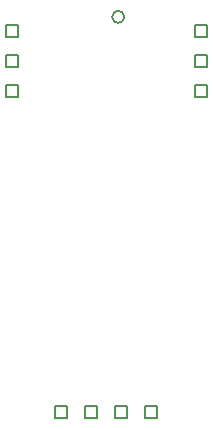
<source format=gbr>
%TF.GenerationSoftware,Altium Limited,Altium Designer,18.1.7 (191)*%
G04 Layer_Color=2752767*
%FSLAX42Y42*%
%MOMM*%
%TF.FileFunction,Drawing*%
%TF.Part,Single*%
G01*
G75*
%TA.AperFunction,NonConductor*%
%ADD33C,0.13*%
%ADD34C,0.17*%
D33*
X76Y1379D02*
Y1481D01*
X178D01*
Y1379D01*
X76D01*
X-178D02*
Y1481D01*
X-76D01*
Y1379D01*
X-178D01*
X-432D02*
Y1481D01*
X-330D01*
Y1379D01*
X-432D01*
X330D02*
Y1481D01*
X432D01*
Y1379D01*
X330D01*
X-851Y4095D02*
Y4197D01*
X-749D01*
Y4095D01*
X-851D01*
Y4349D02*
Y4451D01*
X-749D01*
Y4349D01*
X-851D01*
Y4603D02*
Y4705D01*
X-749D01*
Y4603D01*
X-851D01*
X749Y4095D02*
Y4197D01*
X851D01*
Y4095D01*
X749D01*
Y4349D02*
Y4451D01*
X851D01*
Y4349D01*
X749D01*
Y4603D02*
Y4705D01*
X851D01*
Y4603D01*
X749D01*
D34*
X151Y4775D02*
G03*
X151Y4775I-51J0D01*
G01*
%TF.MD5,464c0c1f8f2889cbe3acc03bbf2bde19*%
M02*

</source>
